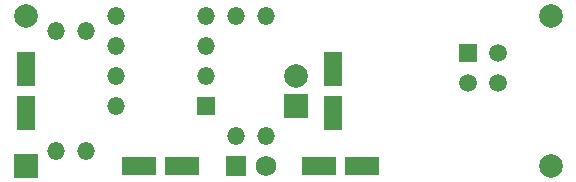
<source format=gts>
G04 (created by PCBNEW (22-Jun-2014 BZR 4027)-stable) date Sun 29 Apr 2018 06:27:27 PM CDT*
%MOIN*%
G04 Gerber Fmt 3.4, Leading zero omitted, Abs format*
%FSLAX34Y34*%
G01*
G70*
G90*
G04 APERTURE LIST*
%ADD10C,0.00590551*%
%ADD11R,0.059X0.059*%
%ADD12C,0.059*%
%ADD13O,0.059X0.059*%
%ADD14R,0.059X0.114*%
%ADD15R,0.114X0.059*%
%ADD16R,0.069X0.069*%
%ADD17C,0.069*%
%ADD18C,0.079*%
%ADD19R,0.079X0.079*%
G04 APERTURE END LIST*
G54D10*
G54D11*
X79750Y-55250D03*
G54D12*
X80750Y-56250D03*
X80750Y-55250D03*
X79750Y-56250D03*
G54D13*
X66000Y-54500D03*
X66000Y-58500D03*
X67000Y-58500D03*
X67000Y-54500D03*
X72000Y-54000D03*
X72000Y-58000D03*
G54D11*
X71000Y-57000D03*
G54D13*
X71000Y-56000D03*
X71000Y-55000D03*
X71000Y-54000D03*
X68000Y-54000D03*
X68000Y-55000D03*
X68000Y-57000D03*
X68000Y-56000D03*
G54D14*
X75250Y-57225D03*
X75250Y-55775D03*
X65000Y-55775D03*
X65000Y-57225D03*
G54D15*
X68775Y-59000D03*
X70225Y-59000D03*
X74775Y-59000D03*
X76225Y-59000D03*
G54D13*
X73000Y-58000D03*
X73000Y-54000D03*
G54D16*
X72000Y-59000D03*
G54D17*
X73000Y-59000D03*
G54D18*
X65000Y-54000D03*
X82500Y-54000D03*
X82500Y-59000D03*
G54D19*
X65000Y-59000D03*
G54D18*
X74000Y-56000D03*
G54D19*
X74000Y-57000D03*
M02*

</source>
